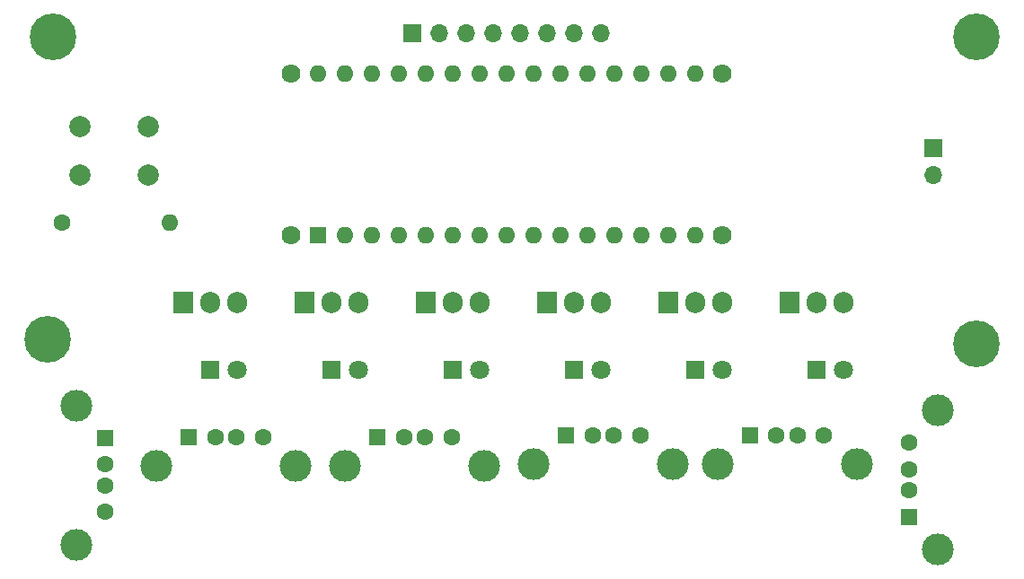
<source format=gbr>
%TF.GenerationSoftware,KiCad,Pcbnew,9.0.0*%
%TF.CreationDate,2025-03-19T10:55:43+10:00*%
%TF.ProjectId,ngmarquee.kicad_pcb_to220_usb_switch_1.0,6e676d61-7271-4756-9565-2e6b69636164,rev?*%
%TF.SameCoordinates,Original*%
%TF.FileFunction,Soldermask,Top*%
%TF.FilePolarity,Negative*%
%FSLAX46Y46*%
G04 Gerber Fmt 4.6, Leading zero omitted, Abs format (unit mm)*
G04 Created by KiCad (PCBNEW 9.0.0) date 2025-03-19 10:55:43*
%MOMM*%
%LPD*%
G01*
G04 APERTURE LIST*
%ADD10R,1.600000X1.500000*%
%ADD11C,1.600000*%
%ADD12C,3.000000*%
%ADD13R,1.500000X1.600000*%
%ADD14C,2.000000*%
%ADD15O,1.600000X1.600000*%
%ADD16R,1.800000X1.800000*%
%ADD17C,1.800000*%
%ADD18C,4.400000*%
%ADD19R,1.905000X2.000000*%
%ADD20O,1.905000X2.000000*%
%ADD21C,1.780000*%
%ADD22R,1.600000X1.600000*%
%ADD23R,1.700000X1.700000*%
%ADD24O,1.700000X1.700000*%
G04 APERTURE END LIST*
D10*
%TO.C,CN4*%
X133880000Y-100160000D03*
D11*
X136380000Y-100160000D03*
X138380000Y-100160000D03*
X140880000Y-100160000D03*
D12*
X130810000Y-102870000D03*
X143950000Y-102870000D03*
%TD*%
D13*
%TO.C,CN6*%
X166200000Y-107860000D03*
D11*
X166200000Y-105360000D03*
X166200000Y-103360000D03*
X166200000Y-100860000D03*
D12*
X168910000Y-110930000D03*
X168910000Y-97790000D03*
%TD*%
D14*
%TO.C,REF\u002A\u002A*%
X88040000Y-71090000D03*
X94540000Y-71090000D03*
X88040000Y-75590000D03*
X94540000Y-75590000D03*
%TD*%
D11*
%TO.C,R1*%
X86380000Y-80090000D03*
D15*
X96540000Y-80090000D03*
%TD*%
D16*
%TO.C,D1*%
X100330000Y-93980000D03*
D17*
X102870000Y-93980000D03*
%TD*%
D18*
%TO.C,REF\u002A\u002A*%
X172540000Y-91590000D03*
%TD*%
D16*
%TO.C,D6*%
X157480000Y-93980000D03*
D17*
X160020000Y-93980000D03*
%TD*%
D16*
%TO.C,D5*%
X146050000Y-93980000D03*
D17*
X148590000Y-93980000D03*
%TD*%
D18*
%TO.C,REF\u002A\u002A*%
X172540000Y-62590000D03*
%TD*%
D10*
%TO.C,CN3*%
X116100000Y-100330000D03*
D11*
X118600000Y-100330000D03*
X120600000Y-100330000D03*
X123100000Y-100330000D03*
D12*
X113030000Y-103040000D03*
X126170000Y-103040000D03*
%TD*%
D19*
%TO.C,Q6*%
X154940000Y-87630000D03*
D20*
X157480000Y-87630000D03*
X160020000Y-87630000D03*
%TD*%
D13*
%TO.C,CN1*%
X90450000Y-100420000D03*
D11*
X90450000Y-102920000D03*
X90450000Y-104920000D03*
X90450000Y-107420000D03*
D12*
X87740000Y-97350000D03*
X87740000Y-110490000D03*
%TD*%
D19*
%TO.C,Q2*%
X109220000Y-87630000D03*
D20*
X111760000Y-87630000D03*
X114300000Y-87630000D03*
%TD*%
D16*
%TO.C,D4*%
X134620000Y-93980000D03*
D17*
X137160000Y-93980000D03*
%TD*%
D16*
%TO.C,D3*%
X123190000Y-93980000D03*
D17*
X125730000Y-93980000D03*
%TD*%
D19*
%TO.C,Q5*%
X143510000Y-87630000D03*
D20*
X146050000Y-87630000D03*
X148590000Y-87630000D03*
%TD*%
D18*
%TO.C,REF\u002A\u002A*%
X85040000Y-91090000D03*
%TD*%
%TO.C,REF\u002A\u002A*%
X85540000Y-62590000D03*
%TD*%
D19*
%TO.C,Q4*%
X132080000Y-87630000D03*
D20*
X134620000Y-87630000D03*
X137160000Y-87630000D03*
%TD*%
D10*
%TO.C,CN2*%
X98320000Y-100330000D03*
D11*
X100820000Y-100330000D03*
X102820000Y-100330000D03*
X105320000Y-100330000D03*
D12*
X95250000Y-103040000D03*
X108390000Y-103040000D03*
%TD*%
D10*
%TO.C,CN5*%
X151220000Y-100160000D03*
D11*
X153720000Y-100160000D03*
X155720000Y-100160000D03*
X158220000Y-100160000D03*
D12*
X148150000Y-102870000D03*
X161290000Y-102870000D03*
%TD*%
D19*
%TO.C,Q3*%
X120650000Y-87630000D03*
D20*
X123190000Y-87630000D03*
X125730000Y-87630000D03*
%TD*%
D19*
%TO.C,Q1*%
X97790000Y-87630000D03*
D20*
X100330000Y-87630000D03*
X102870000Y-87630000D03*
%TD*%
D21*
%TO.C,A1*%
X107950000Y-81280000D03*
X148590000Y-81280000D03*
X107950000Y-66040000D03*
X148590000Y-66040000D03*
D15*
X143510000Y-66040000D03*
X118110000Y-66040000D03*
X138430000Y-66040000D03*
X135890000Y-66040000D03*
X133350000Y-66040000D03*
X130810000Y-66040000D03*
X128270000Y-66040000D03*
X125730000Y-66040000D03*
X123190000Y-66040000D03*
X120650000Y-66040000D03*
X120650000Y-81280000D03*
X123190000Y-81280000D03*
X125730000Y-81280000D03*
X128270000Y-81280000D03*
X130810000Y-81280000D03*
X133350000Y-81280000D03*
X135890000Y-81280000D03*
X138430000Y-81280000D03*
X140970000Y-81280000D03*
X143510000Y-81280000D03*
X146050000Y-81280000D03*
X146050000Y-66040000D03*
X118110000Y-81280000D03*
X113030000Y-66040000D03*
X140970000Y-66040000D03*
X115570000Y-81280000D03*
X115570000Y-66040000D03*
X113030000Y-81280000D03*
D22*
X110490000Y-81280000D03*
D15*
X110490000Y-66040000D03*
%TD*%
D23*
%TO.C,REF\u002A\u002A*%
X168540000Y-73090000D03*
D24*
X168540000Y-75630000D03*
%TD*%
D23*
%TO.C,J1*%
X119380000Y-62230000D03*
D24*
X121920000Y-62230000D03*
X124460000Y-62230000D03*
X127000000Y-62230000D03*
X129540000Y-62230000D03*
X132080000Y-62230000D03*
X134620000Y-62230000D03*
X137160000Y-62230000D03*
%TD*%
D16*
%TO.C,D2*%
X111760000Y-93980000D03*
D17*
X114300000Y-93980000D03*
%TD*%
M02*

</source>
